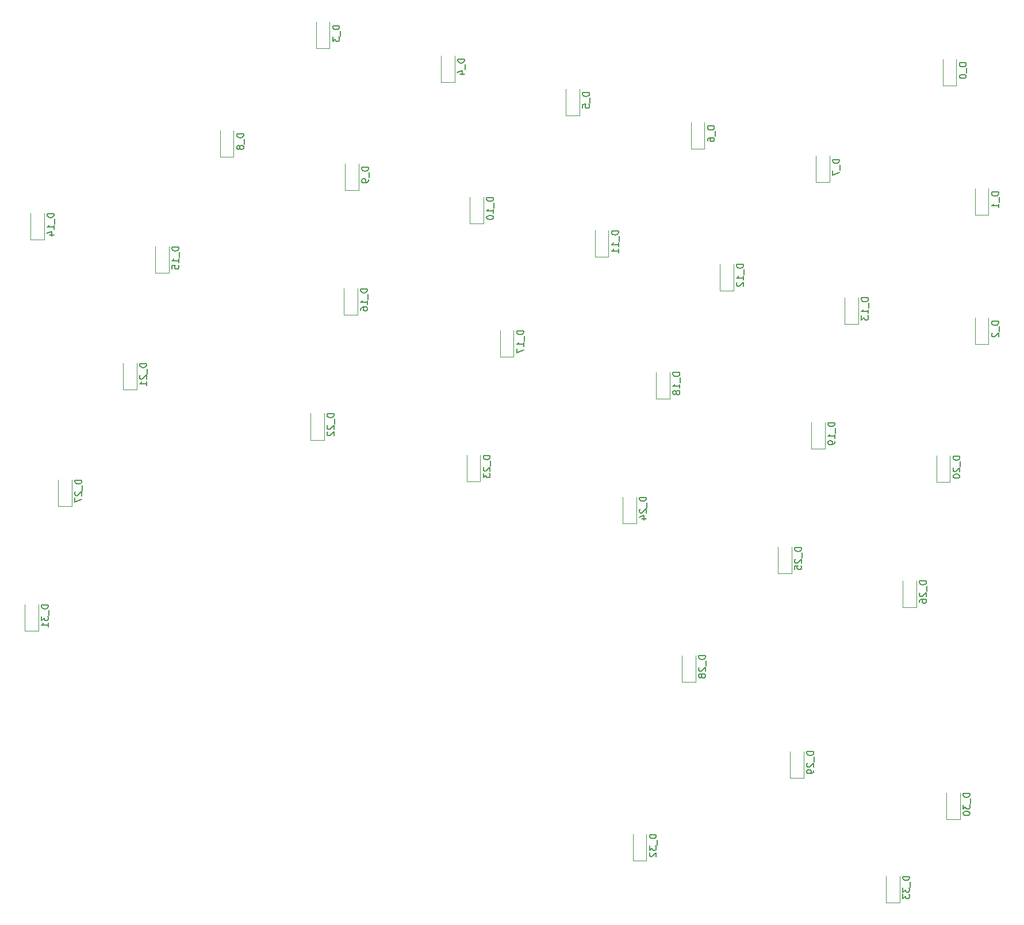
<source format=gbo>
G04 #@! TF.GenerationSoftware,KiCad,Pcbnew,(5.1.6)-1*
G04 #@! TF.CreationDate,2020-08-31T15:39:06-04:00*
G04 #@! TF.ProjectId,keyboard,6b657962-6f61-4726-942e-6b696361645f,rev?*
G04 #@! TF.SameCoordinates,Original*
G04 #@! TF.FileFunction,Legend,Bot*
G04 #@! TF.FilePolarity,Positive*
%FSLAX46Y46*%
G04 Gerber Fmt 4.6, Leading zero omitted, Abs format (unit mm)*
G04 Created by KiCad (PCBNEW (5.1.6)-1) date 2020-08-31 15:39:06*
%MOMM*%
%LPD*%
G01*
G04 APERTURE LIST*
%ADD10C,0.120000*%
%ADD11C,0.150000*%
G04 APERTURE END LIST*
D10*
X284994126Y-148165000D02*
X282994126Y-148165000D01*
X282994126Y-148165000D02*
X282994126Y-144265000D01*
X284994126Y-148165000D02*
X284994126Y-144265000D01*
X303395013Y-153095503D02*
X301395013Y-153095503D01*
X301395013Y-153095503D02*
X301395013Y-149195503D01*
X303395013Y-153095503D02*
X303395013Y-149195503D01*
X377266686Y-153656117D02*
X375266686Y-153656117D01*
X375266686Y-153656117D02*
X375266686Y-149756117D01*
X377266686Y-153656117D02*
X377266686Y-149756117D01*
X270863179Y-164100636D02*
X268863179Y-164100636D01*
X268863179Y-164100636D02*
X268863179Y-160200636D01*
X270863179Y-164100636D02*
X270863179Y-160200636D01*
X289264066Y-169031138D02*
X287264066Y-169031138D01*
X287264066Y-169031138D02*
X287264066Y-165131138D01*
X289264066Y-169031138D02*
X289264066Y-165131138D01*
X307664953Y-173961641D02*
X305664953Y-173961641D01*
X305664953Y-173961641D02*
X305664953Y-170061641D01*
X307664953Y-173961641D02*
X307664953Y-170061641D01*
X321795900Y-158026006D02*
X319795900Y-158026006D01*
X319795900Y-158026006D02*
X319795900Y-154126006D01*
X321795900Y-158026006D02*
X321795900Y-154126006D01*
X340196787Y-162956508D02*
X338196787Y-162956508D01*
X338196787Y-162956508D02*
X338196787Y-159056508D01*
X340196787Y-162956508D02*
X340196787Y-159056508D01*
X358597674Y-167887011D02*
X356597674Y-167887011D01*
X356597674Y-167887011D02*
X356597674Y-163987011D01*
X358597674Y-167887011D02*
X358597674Y-163987011D01*
X382029186Y-172706117D02*
X380029186Y-172706117D01*
X380029186Y-172706117D02*
X380029186Y-168806117D01*
X382029186Y-172706117D02*
X382029186Y-168806117D01*
X242931568Y-176338394D02*
X240931568Y-176338394D01*
X240931568Y-176338394D02*
X240931568Y-172438394D01*
X242931568Y-176338394D02*
X242931568Y-172438394D01*
X261332455Y-181268897D02*
X259332455Y-181268897D01*
X259332455Y-181268897D02*
X259332455Y-177368897D01*
X261332455Y-181268897D02*
X261332455Y-177368897D01*
X289096063Y-187432025D02*
X287096063Y-187432025D01*
X287096063Y-187432025D02*
X287096063Y-183532025D01*
X289096063Y-187432025D02*
X289096063Y-183532025D01*
X326065840Y-178892144D02*
X324065840Y-178892144D01*
X324065840Y-178892144D02*
X324065840Y-174992144D01*
X326065840Y-178892144D02*
X326065840Y-174992144D01*
X344466727Y-183822647D02*
X342466727Y-183822647D01*
X342466727Y-183822647D02*
X342466727Y-179922647D01*
X344466727Y-183822647D02*
X344466727Y-179922647D01*
X362867614Y-188753150D02*
X360867614Y-188753150D01*
X360867614Y-188753150D02*
X360867614Y-184853150D01*
X362867614Y-188753150D02*
X362867614Y-184853150D01*
X382029186Y-191756117D02*
X380029186Y-191756117D01*
X380029186Y-191756117D02*
X380029186Y-187856117D01*
X382029186Y-191756117D02*
X382029186Y-187856117D01*
X256564230Y-198437158D02*
X254564230Y-198437158D01*
X254564230Y-198437158D02*
X254564230Y-194537158D01*
X256564230Y-198437158D02*
X256564230Y-194537158D01*
X284165561Y-205832912D02*
X282165561Y-205832912D01*
X282165561Y-205832912D02*
X282165561Y-201932912D01*
X284165561Y-205832912D02*
X284165561Y-201932912D01*
X312097172Y-193595154D02*
X310097172Y-193595154D01*
X310097172Y-193595154D02*
X310097172Y-189695154D01*
X312097172Y-193595154D02*
X312097172Y-189695154D01*
X307166669Y-211996041D02*
X305166669Y-211996041D01*
X305166669Y-211996041D02*
X305166669Y-208096041D01*
X307166669Y-211996041D02*
X307166669Y-208096041D01*
X335098281Y-199758282D02*
X333098281Y-199758282D01*
X333098281Y-199758282D02*
X333098281Y-195858282D01*
X335098281Y-199758282D02*
X335098281Y-195858282D01*
X357937111Y-207154037D02*
X355937111Y-207154037D01*
X355937111Y-207154037D02*
X355937111Y-203254037D01*
X357937111Y-207154037D02*
X357937111Y-203254037D01*
X376337998Y-212084539D02*
X374337998Y-212084539D01*
X374337998Y-212084539D02*
X374337998Y-208184539D01*
X376337998Y-212084539D02*
X376337998Y-208184539D01*
X247033506Y-215605419D02*
X245033506Y-215605419D01*
X245033506Y-215605419D02*
X245033506Y-211705419D01*
X247033506Y-215605419D02*
X247033506Y-211705419D01*
X330167778Y-218159169D02*
X328167778Y-218159169D01*
X328167778Y-218159169D02*
X328167778Y-214259169D01*
X330167778Y-218159169D02*
X330167778Y-214259169D01*
X353006609Y-225554924D02*
X351006609Y-225554924D01*
X351006609Y-225554924D02*
X351006609Y-221654924D01*
X353006609Y-225554924D02*
X353006609Y-221654924D01*
X371407496Y-230485426D02*
X369407496Y-230485426D01*
X369407496Y-230485426D02*
X369407496Y-226585426D01*
X371407496Y-230485426D02*
X371407496Y-226585426D01*
X242103003Y-234006306D02*
X240103003Y-234006306D01*
X240103003Y-234006306D02*
X240103003Y-230106306D01*
X242103003Y-234006306D02*
X242103003Y-230106306D01*
X338875662Y-241490559D02*
X336875662Y-241490559D01*
X336875662Y-241490559D02*
X336875662Y-237590559D01*
X338875662Y-241490559D02*
X338875662Y-237590559D01*
X331642186Y-267859264D02*
X329642186Y-267859264D01*
X329642186Y-267859264D02*
X329642186Y-263959264D01*
X331642186Y-267859264D02*
X331642186Y-263959264D01*
X354811298Y-255621506D02*
X352811298Y-255621506D01*
X352811298Y-255621506D02*
X352811298Y-251721506D01*
X354811298Y-255621506D02*
X354811298Y-251721506D01*
X377812407Y-261784634D02*
X375812407Y-261784634D01*
X375812407Y-261784634D02*
X375812407Y-257884634D01*
X377812407Y-261784634D02*
X377812407Y-257884634D01*
X368930795Y-274022392D02*
X366930795Y-274022392D01*
X366930795Y-274022392D02*
X366930795Y-270122392D01*
X368930795Y-274022392D02*
X368930795Y-270122392D01*
D11*
X286446506Y-144795952D02*
X285446506Y-144795952D01*
X285446506Y-145034047D01*
X285494126Y-145176904D01*
X285589364Y-145272142D01*
X285684602Y-145319761D01*
X285875078Y-145367380D01*
X286017935Y-145367380D01*
X286208411Y-145319761D01*
X286303649Y-145272142D01*
X286398887Y-145176904D01*
X286446506Y-145034047D01*
X286446506Y-144795952D01*
X286541745Y-145557857D02*
X286541745Y-146319761D01*
X285446506Y-146462619D02*
X285446506Y-147081666D01*
X285827459Y-146748333D01*
X285827459Y-146891190D01*
X285875078Y-146986428D01*
X285922697Y-147034047D01*
X286017935Y-147081666D01*
X286256030Y-147081666D01*
X286351268Y-147034047D01*
X286398887Y-146986428D01*
X286446506Y-146891190D01*
X286446506Y-146605476D01*
X286398887Y-146510238D01*
X286351268Y-146462619D01*
X304847393Y-149726455D02*
X303847393Y-149726455D01*
X303847393Y-149964550D01*
X303895013Y-150107407D01*
X303990251Y-150202645D01*
X304085489Y-150250264D01*
X304275965Y-150297883D01*
X304418822Y-150297883D01*
X304609298Y-150250264D01*
X304704536Y-150202645D01*
X304799774Y-150107407D01*
X304847393Y-149964550D01*
X304847393Y-149726455D01*
X304942632Y-150488360D02*
X304942632Y-151250264D01*
X304180727Y-151916931D02*
X304847393Y-151916931D01*
X303799774Y-151678836D02*
X304514060Y-151440741D01*
X304514060Y-152059788D01*
X378719066Y-150287069D02*
X377719066Y-150287069D01*
X377719066Y-150525164D01*
X377766686Y-150668021D01*
X377861924Y-150763259D01*
X377957162Y-150810878D01*
X378147638Y-150858497D01*
X378290495Y-150858497D01*
X378480971Y-150810878D01*
X378576209Y-150763259D01*
X378671447Y-150668021D01*
X378719066Y-150525164D01*
X378719066Y-150287069D01*
X378814305Y-151048974D02*
X378814305Y-151810878D01*
X377719066Y-152239450D02*
X377719066Y-152334688D01*
X377766686Y-152429926D01*
X377814305Y-152477545D01*
X377909543Y-152525164D01*
X378100019Y-152572783D01*
X378338114Y-152572783D01*
X378528590Y-152525164D01*
X378623828Y-152477545D01*
X378671447Y-152429926D01*
X378719066Y-152334688D01*
X378719066Y-152239450D01*
X378671447Y-152144212D01*
X378623828Y-152096593D01*
X378528590Y-152048974D01*
X378338114Y-152001355D01*
X378100019Y-152001355D01*
X377909543Y-152048974D01*
X377814305Y-152096593D01*
X377766686Y-152144212D01*
X377719066Y-152239450D01*
X272315559Y-160731588D02*
X271315559Y-160731588D01*
X271315559Y-160969683D01*
X271363179Y-161112540D01*
X271458417Y-161207778D01*
X271553655Y-161255397D01*
X271744131Y-161303016D01*
X271886988Y-161303016D01*
X272077464Y-161255397D01*
X272172702Y-161207778D01*
X272267940Y-161112540D01*
X272315559Y-160969683D01*
X272315559Y-160731588D01*
X272410798Y-161493493D02*
X272410798Y-162255397D01*
X271744131Y-162636350D02*
X271696512Y-162541112D01*
X271648893Y-162493493D01*
X271553655Y-162445874D01*
X271506036Y-162445874D01*
X271410798Y-162493493D01*
X271363179Y-162541112D01*
X271315559Y-162636350D01*
X271315559Y-162826826D01*
X271363179Y-162922064D01*
X271410798Y-162969683D01*
X271506036Y-163017302D01*
X271553655Y-163017302D01*
X271648893Y-162969683D01*
X271696512Y-162922064D01*
X271744131Y-162826826D01*
X271744131Y-162636350D01*
X271791750Y-162541112D01*
X271839369Y-162493493D01*
X271934607Y-162445874D01*
X272125083Y-162445874D01*
X272220321Y-162493493D01*
X272267940Y-162541112D01*
X272315559Y-162636350D01*
X272315559Y-162826826D01*
X272267940Y-162922064D01*
X272220321Y-162969683D01*
X272125083Y-163017302D01*
X271934607Y-163017302D01*
X271839369Y-162969683D01*
X271791750Y-162922064D01*
X271744131Y-162826826D01*
X290716446Y-165662090D02*
X289716446Y-165662090D01*
X289716446Y-165900185D01*
X289764066Y-166043042D01*
X289859304Y-166138280D01*
X289954542Y-166185899D01*
X290145018Y-166233518D01*
X290287875Y-166233518D01*
X290478351Y-166185899D01*
X290573589Y-166138280D01*
X290668827Y-166043042D01*
X290716446Y-165900185D01*
X290716446Y-165662090D01*
X290811685Y-166423995D02*
X290811685Y-167185899D01*
X290716446Y-167471614D02*
X290716446Y-167662090D01*
X290668827Y-167757328D01*
X290621208Y-167804947D01*
X290478351Y-167900185D01*
X290287875Y-167947804D01*
X289906923Y-167947804D01*
X289811685Y-167900185D01*
X289764066Y-167852566D01*
X289716446Y-167757328D01*
X289716446Y-167566852D01*
X289764066Y-167471614D01*
X289811685Y-167423995D01*
X289906923Y-167376376D01*
X290145018Y-167376376D01*
X290240256Y-167423995D01*
X290287875Y-167471614D01*
X290335494Y-167566852D01*
X290335494Y-167757328D01*
X290287875Y-167852566D01*
X290240256Y-167900185D01*
X290145018Y-167947804D01*
X309117333Y-170116402D02*
X308117333Y-170116402D01*
X308117333Y-170354498D01*
X308164953Y-170497355D01*
X308260191Y-170592593D01*
X308355429Y-170640212D01*
X308545905Y-170687831D01*
X308688762Y-170687831D01*
X308879238Y-170640212D01*
X308974476Y-170592593D01*
X309069714Y-170497355D01*
X309117333Y-170354498D01*
X309117333Y-170116402D01*
X309212572Y-170878307D02*
X309212572Y-171640212D01*
X309117333Y-172402117D02*
X309117333Y-171830688D01*
X309117333Y-172116402D02*
X308117333Y-172116402D01*
X308260191Y-172021164D01*
X308355429Y-171925926D01*
X308403048Y-171830688D01*
X308117333Y-173021164D02*
X308117333Y-173116402D01*
X308164953Y-173211641D01*
X308212572Y-173259260D01*
X308307810Y-173306879D01*
X308498286Y-173354498D01*
X308736381Y-173354498D01*
X308926857Y-173306879D01*
X309022095Y-173259260D01*
X309069714Y-173211641D01*
X309117333Y-173116402D01*
X309117333Y-173021164D01*
X309069714Y-172925926D01*
X309022095Y-172878307D01*
X308926857Y-172830688D01*
X308736381Y-172783069D01*
X308498286Y-172783069D01*
X308307810Y-172830688D01*
X308212572Y-172878307D01*
X308164953Y-172925926D01*
X308117333Y-173021164D01*
X323248280Y-154656958D02*
X322248280Y-154656958D01*
X322248280Y-154895053D01*
X322295900Y-155037910D01*
X322391138Y-155133148D01*
X322486376Y-155180767D01*
X322676852Y-155228386D01*
X322819709Y-155228386D01*
X323010185Y-155180767D01*
X323105423Y-155133148D01*
X323200661Y-155037910D01*
X323248280Y-154895053D01*
X323248280Y-154656958D01*
X323343519Y-155418863D02*
X323343519Y-156180767D01*
X322248280Y-156895053D02*
X322248280Y-156418863D01*
X322724471Y-156371244D01*
X322676852Y-156418863D01*
X322629233Y-156514101D01*
X322629233Y-156752196D01*
X322676852Y-156847434D01*
X322724471Y-156895053D01*
X322819709Y-156942672D01*
X323057804Y-156942672D01*
X323153042Y-156895053D01*
X323200661Y-156847434D01*
X323248280Y-156752196D01*
X323248280Y-156514101D01*
X323200661Y-156418863D01*
X323153042Y-156371244D01*
X341649167Y-159587460D02*
X340649167Y-159587460D01*
X340649167Y-159825555D01*
X340696787Y-159968412D01*
X340792025Y-160063650D01*
X340887263Y-160111269D01*
X341077739Y-160158888D01*
X341220596Y-160158888D01*
X341411072Y-160111269D01*
X341506310Y-160063650D01*
X341601548Y-159968412D01*
X341649167Y-159825555D01*
X341649167Y-159587460D01*
X341744406Y-160349365D02*
X341744406Y-161111269D01*
X340649167Y-161777936D02*
X340649167Y-161587460D01*
X340696787Y-161492222D01*
X340744406Y-161444603D01*
X340887263Y-161349365D01*
X341077739Y-161301746D01*
X341458691Y-161301746D01*
X341553929Y-161349365D01*
X341601548Y-161396984D01*
X341649167Y-161492222D01*
X341649167Y-161682698D01*
X341601548Y-161777936D01*
X341553929Y-161825555D01*
X341458691Y-161873174D01*
X341220596Y-161873174D01*
X341125358Y-161825555D01*
X341077739Y-161777936D01*
X341030120Y-161682698D01*
X341030120Y-161492222D01*
X341077739Y-161396984D01*
X341125358Y-161349365D01*
X341220596Y-161301746D01*
X360050054Y-164517963D02*
X359050054Y-164517963D01*
X359050054Y-164756058D01*
X359097674Y-164898915D01*
X359192912Y-164994153D01*
X359288150Y-165041772D01*
X359478626Y-165089391D01*
X359621483Y-165089391D01*
X359811959Y-165041772D01*
X359907197Y-164994153D01*
X360002435Y-164898915D01*
X360050054Y-164756058D01*
X360050054Y-164517963D01*
X360145293Y-165279868D02*
X360145293Y-166041772D01*
X359050054Y-166184630D02*
X359050054Y-166851296D01*
X360050054Y-166422725D01*
X383481566Y-169337069D02*
X382481566Y-169337069D01*
X382481566Y-169575164D01*
X382529186Y-169718021D01*
X382624424Y-169813259D01*
X382719662Y-169860878D01*
X382910138Y-169908497D01*
X383052995Y-169908497D01*
X383243471Y-169860878D01*
X383338709Y-169813259D01*
X383433947Y-169718021D01*
X383481566Y-169575164D01*
X383481566Y-169337069D01*
X383576805Y-170098974D02*
X383576805Y-170860878D01*
X383481566Y-171622783D02*
X383481566Y-171051355D01*
X383481566Y-171337069D02*
X382481566Y-171337069D01*
X382624424Y-171241831D01*
X382719662Y-171146593D01*
X382767281Y-171051355D01*
X244383948Y-172493155D02*
X243383948Y-172493155D01*
X243383948Y-172731251D01*
X243431568Y-172874108D01*
X243526806Y-172969346D01*
X243622044Y-173016965D01*
X243812520Y-173064584D01*
X243955377Y-173064584D01*
X244145853Y-173016965D01*
X244241091Y-172969346D01*
X244336329Y-172874108D01*
X244383948Y-172731251D01*
X244383948Y-172493155D01*
X244479187Y-173255060D02*
X244479187Y-174016965D01*
X244383948Y-174778870D02*
X244383948Y-174207441D01*
X244383948Y-174493155D02*
X243383948Y-174493155D01*
X243526806Y-174397917D01*
X243622044Y-174302679D01*
X243669663Y-174207441D01*
X243717282Y-175636013D02*
X244383948Y-175636013D01*
X243336329Y-175397917D02*
X244050615Y-175159822D01*
X244050615Y-175778870D01*
X262784835Y-177423658D02*
X261784835Y-177423658D01*
X261784835Y-177661754D01*
X261832455Y-177804611D01*
X261927693Y-177899849D01*
X262022931Y-177947468D01*
X262213407Y-177995087D01*
X262356264Y-177995087D01*
X262546740Y-177947468D01*
X262641978Y-177899849D01*
X262737216Y-177804611D01*
X262784835Y-177661754D01*
X262784835Y-177423658D01*
X262880074Y-178185563D02*
X262880074Y-178947468D01*
X262784835Y-179709373D02*
X262784835Y-179137944D01*
X262784835Y-179423658D02*
X261784835Y-179423658D01*
X261927693Y-179328420D01*
X262022931Y-179233182D01*
X262070550Y-179137944D01*
X261784835Y-180614135D02*
X261784835Y-180137944D01*
X262261026Y-180090325D01*
X262213407Y-180137944D01*
X262165788Y-180233182D01*
X262165788Y-180471277D01*
X262213407Y-180566516D01*
X262261026Y-180614135D01*
X262356264Y-180661754D01*
X262594359Y-180661754D01*
X262689597Y-180614135D01*
X262737216Y-180566516D01*
X262784835Y-180471277D01*
X262784835Y-180233182D01*
X262737216Y-180137944D01*
X262689597Y-180090325D01*
X290548443Y-183586786D02*
X289548443Y-183586786D01*
X289548443Y-183824882D01*
X289596063Y-183967739D01*
X289691301Y-184062977D01*
X289786539Y-184110596D01*
X289977015Y-184158215D01*
X290119872Y-184158215D01*
X290310348Y-184110596D01*
X290405586Y-184062977D01*
X290500824Y-183967739D01*
X290548443Y-183824882D01*
X290548443Y-183586786D01*
X290643682Y-184348691D02*
X290643682Y-185110596D01*
X290548443Y-185872501D02*
X290548443Y-185301072D01*
X290548443Y-185586786D02*
X289548443Y-185586786D01*
X289691301Y-185491548D01*
X289786539Y-185396310D01*
X289834158Y-185301072D01*
X289548443Y-186729644D02*
X289548443Y-186539167D01*
X289596063Y-186443929D01*
X289643682Y-186396310D01*
X289786539Y-186301072D01*
X289977015Y-186253453D01*
X290357967Y-186253453D01*
X290453205Y-186301072D01*
X290500824Y-186348691D01*
X290548443Y-186443929D01*
X290548443Y-186634405D01*
X290500824Y-186729644D01*
X290453205Y-186777263D01*
X290357967Y-186824882D01*
X290119872Y-186824882D01*
X290024634Y-186777263D01*
X289977015Y-186729644D01*
X289929396Y-186634405D01*
X289929396Y-186443929D01*
X289977015Y-186348691D01*
X290024634Y-186301072D01*
X290119872Y-186253453D01*
X327518220Y-175046905D02*
X326518220Y-175046905D01*
X326518220Y-175285001D01*
X326565840Y-175427858D01*
X326661078Y-175523096D01*
X326756316Y-175570715D01*
X326946792Y-175618334D01*
X327089649Y-175618334D01*
X327280125Y-175570715D01*
X327375363Y-175523096D01*
X327470601Y-175427858D01*
X327518220Y-175285001D01*
X327518220Y-175046905D01*
X327613459Y-175808810D02*
X327613459Y-176570715D01*
X327518220Y-177332620D02*
X327518220Y-176761191D01*
X327518220Y-177046905D02*
X326518220Y-177046905D01*
X326661078Y-176951667D01*
X326756316Y-176856429D01*
X326803935Y-176761191D01*
X327518220Y-178285001D02*
X327518220Y-177713572D01*
X327518220Y-177999286D02*
X326518220Y-177999286D01*
X326661078Y-177904048D01*
X326756316Y-177808810D01*
X326803935Y-177713572D01*
X345919107Y-179977408D02*
X344919107Y-179977408D01*
X344919107Y-180215504D01*
X344966727Y-180358361D01*
X345061965Y-180453599D01*
X345157203Y-180501218D01*
X345347679Y-180548837D01*
X345490536Y-180548837D01*
X345681012Y-180501218D01*
X345776250Y-180453599D01*
X345871488Y-180358361D01*
X345919107Y-180215504D01*
X345919107Y-179977408D01*
X346014346Y-180739313D02*
X346014346Y-181501218D01*
X345919107Y-182263123D02*
X345919107Y-181691694D01*
X345919107Y-181977408D02*
X344919107Y-181977408D01*
X345061965Y-181882170D01*
X345157203Y-181786932D01*
X345204822Y-181691694D01*
X345014346Y-182644075D02*
X344966727Y-182691694D01*
X344919107Y-182786932D01*
X344919107Y-183025027D01*
X344966727Y-183120266D01*
X345014346Y-183167885D01*
X345109584Y-183215504D01*
X345204822Y-183215504D01*
X345347679Y-183167885D01*
X345919107Y-182596456D01*
X345919107Y-183215504D01*
X364319994Y-184907911D02*
X363319994Y-184907911D01*
X363319994Y-185146007D01*
X363367614Y-185288864D01*
X363462852Y-185384102D01*
X363558090Y-185431721D01*
X363748566Y-185479340D01*
X363891423Y-185479340D01*
X364081899Y-185431721D01*
X364177137Y-185384102D01*
X364272375Y-185288864D01*
X364319994Y-185146007D01*
X364319994Y-184907911D01*
X364415233Y-185669816D02*
X364415233Y-186431721D01*
X364319994Y-187193626D02*
X364319994Y-186622197D01*
X364319994Y-186907911D02*
X363319994Y-186907911D01*
X363462852Y-186812673D01*
X363558090Y-186717435D01*
X363605709Y-186622197D01*
X363319994Y-187526959D02*
X363319994Y-188146007D01*
X363700947Y-187812673D01*
X363700947Y-187955530D01*
X363748566Y-188050769D01*
X363796185Y-188098388D01*
X363891423Y-188146007D01*
X364129518Y-188146007D01*
X364224756Y-188098388D01*
X364272375Y-188050769D01*
X364319994Y-187955530D01*
X364319994Y-187669816D01*
X364272375Y-187574578D01*
X364224756Y-187526959D01*
X383481566Y-188387069D02*
X382481566Y-188387069D01*
X382481566Y-188625164D01*
X382529186Y-188768021D01*
X382624424Y-188863259D01*
X382719662Y-188910878D01*
X382910138Y-188958497D01*
X383052995Y-188958497D01*
X383243471Y-188910878D01*
X383338709Y-188863259D01*
X383433947Y-188768021D01*
X383481566Y-188625164D01*
X383481566Y-188387069D01*
X383576805Y-189148974D02*
X383576805Y-189910878D01*
X382576805Y-190101355D02*
X382529186Y-190148974D01*
X382481566Y-190244212D01*
X382481566Y-190482307D01*
X382529186Y-190577545D01*
X382576805Y-190625164D01*
X382672043Y-190672783D01*
X382767281Y-190672783D01*
X382910138Y-190625164D01*
X383481566Y-190053736D01*
X383481566Y-190672783D01*
X258016610Y-194591919D02*
X257016610Y-194591919D01*
X257016610Y-194830015D01*
X257064230Y-194972872D01*
X257159468Y-195068110D01*
X257254706Y-195115729D01*
X257445182Y-195163348D01*
X257588039Y-195163348D01*
X257778515Y-195115729D01*
X257873753Y-195068110D01*
X257968991Y-194972872D01*
X258016610Y-194830015D01*
X258016610Y-194591919D01*
X258111849Y-195353824D02*
X258111849Y-196115729D01*
X257111849Y-196306205D02*
X257064230Y-196353824D01*
X257016610Y-196449062D01*
X257016610Y-196687158D01*
X257064230Y-196782396D01*
X257111849Y-196830015D01*
X257207087Y-196877634D01*
X257302325Y-196877634D01*
X257445182Y-196830015D01*
X258016610Y-196258586D01*
X258016610Y-196877634D01*
X258016610Y-197830015D02*
X258016610Y-197258586D01*
X258016610Y-197544300D02*
X257016610Y-197544300D01*
X257159468Y-197449062D01*
X257254706Y-197353824D01*
X257302325Y-197258586D01*
X285617941Y-201987673D02*
X284617941Y-201987673D01*
X284617941Y-202225769D01*
X284665561Y-202368626D01*
X284760799Y-202463864D01*
X284856037Y-202511483D01*
X285046513Y-202559102D01*
X285189370Y-202559102D01*
X285379846Y-202511483D01*
X285475084Y-202463864D01*
X285570322Y-202368626D01*
X285617941Y-202225769D01*
X285617941Y-201987673D01*
X285713180Y-202749578D02*
X285713180Y-203511483D01*
X284713180Y-203701959D02*
X284665561Y-203749578D01*
X284617941Y-203844816D01*
X284617941Y-204082912D01*
X284665561Y-204178150D01*
X284713180Y-204225769D01*
X284808418Y-204273388D01*
X284903656Y-204273388D01*
X285046513Y-204225769D01*
X285617941Y-203654340D01*
X285617941Y-204273388D01*
X284713180Y-204654340D02*
X284665561Y-204701959D01*
X284617941Y-204797197D01*
X284617941Y-205035292D01*
X284665561Y-205130531D01*
X284713180Y-205178150D01*
X284808418Y-205225769D01*
X284903656Y-205225769D01*
X285046513Y-205178150D01*
X285617941Y-204606721D01*
X285617941Y-205225769D01*
X313549552Y-189749915D02*
X312549552Y-189749915D01*
X312549552Y-189988011D01*
X312597172Y-190130868D01*
X312692410Y-190226106D01*
X312787648Y-190273725D01*
X312978124Y-190321344D01*
X313120981Y-190321344D01*
X313311457Y-190273725D01*
X313406695Y-190226106D01*
X313501933Y-190130868D01*
X313549552Y-189988011D01*
X313549552Y-189749915D01*
X313644791Y-190511820D02*
X313644791Y-191273725D01*
X313549552Y-192035630D02*
X313549552Y-191464201D01*
X313549552Y-191749915D02*
X312549552Y-191749915D01*
X312692410Y-191654677D01*
X312787648Y-191559439D01*
X312835267Y-191464201D01*
X312549552Y-192368963D02*
X312549552Y-193035630D01*
X313549552Y-192607058D01*
X308619049Y-208150802D02*
X307619049Y-208150802D01*
X307619049Y-208388898D01*
X307666669Y-208531755D01*
X307761907Y-208626993D01*
X307857145Y-208674612D01*
X308047621Y-208722231D01*
X308190478Y-208722231D01*
X308380954Y-208674612D01*
X308476192Y-208626993D01*
X308571430Y-208531755D01*
X308619049Y-208388898D01*
X308619049Y-208150802D01*
X308714288Y-208912707D02*
X308714288Y-209674612D01*
X307714288Y-209865088D02*
X307666669Y-209912707D01*
X307619049Y-210007945D01*
X307619049Y-210246041D01*
X307666669Y-210341279D01*
X307714288Y-210388898D01*
X307809526Y-210436517D01*
X307904764Y-210436517D01*
X308047621Y-210388898D01*
X308619049Y-209817469D01*
X308619049Y-210436517D01*
X307619049Y-210769850D02*
X307619049Y-211388898D01*
X308000002Y-211055564D01*
X308000002Y-211198421D01*
X308047621Y-211293660D01*
X308095240Y-211341279D01*
X308190478Y-211388898D01*
X308428573Y-211388898D01*
X308523811Y-211341279D01*
X308571430Y-211293660D01*
X308619049Y-211198421D01*
X308619049Y-210912707D01*
X308571430Y-210817469D01*
X308523811Y-210769850D01*
X336550661Y-195913043D02*
X335550661Y-195913043D01*
X335550661Y-196151139D01*
X335598281Y-196293996D01*
X335693519Y-196389234D01*
X335788757Y-196436853D01*
X335979233Y-196484472D01*
X336122090Y-196484472D01*
X336312566Y-196436853D01*
X336407804Y-196389234D01*
X336503042Y-196293996D01*
X336550661Y-196151139D01*
X336550661Y-195913043D01*
X336645900Y-196674948D02*
X336645900Y-197436853D01*
X336550661Y-198198758D02*
X336550661Y-197627329D01*
X336550661Y-197913043D02*
X335550661Y-197913043D01*
X335693519Y-197817805D01*
X335788757Y-197722567D01*
X335836376Y-197627329D01*
X335979233Y-198770186D02*
X335931614Y-198674948D01*
X335883995Y-198627329D01*
X335788757Y-198579710D01*
X335741138Y-198579710D01*
X335645900Y-198627329D01*
X335598281Y-198674948D01*
X335550661Y-198770186D01*
X335550661Y-198960662D01*
X335598281Y-199055901D01*
X335645900Y-199103520D01*
X335741138Y-199151139D01*
X335788757Y-199151139D01*
X335883995Y-199103520D01*
X335931614Y-199055901D01*
X335979233Y-198960662D01*
X335979233Y-198770186D01*
X336026852Y-198674948D01*
X336074471Y-198627329D01*
X336169709Y-198579710D01*
X336360185Y-198579710D01*
X336455423Y-198627329D01*
X336503042Y-198674948D01*
X336550661Y-198770186D01*
X336550661Y-198960662D01*
X336503042Y-199055901D01*
X336455423Y-199103520D01*
X336360185Y-199151139D01*
X336169709Y-199151139D01*
X336074471Y-199103520D01*
X336026852Y-199055901D01*
X335979233Y-198960662D01*
X359389491Y-203308798D02*
X358389491Y-203308798D01*
X358389491Y-203546894D01*
X358437111Y-203689751D01*
X358532349Y-203784989D01*
X358627587Y-203832608D01*
X358818063Y-203880227D01*
X358960920Y-203880227D01*
X359151396Y-203832608D01*
X359246634Y-203784989D01*
X359341872Y-203689751D01*
X359389491Y-203546894D01*
X359389491Y-203308798D01*
X359484730Y-204070703D02*
X359484730Y-204832608D01*
X359389491Y-205594513D02*
X359389491Y-205023084D01*
X359389491Y-205308798D02*
X358389491Y-205308798D01*
X358532349Y-205213560D01*
X358627587Y-205118322D01*
X358675206Y-205023084D01*
X359389491Y-206070703D02*
X359389491Y-206261179D01*
X359341872Y-206356417D01*
X359294253Y-206404037D01*
X359151396Y-206499275D01*
X358960920Y-206546894D01*
X358579968Y-206546894D01*
X358484730Y-206499275D01*
X358437111Y-206451656D01*
X358389491Y-206356417D01*
X358389491Y-206165941D01*
X358437111Y-206070703D01*
X358484730Y-206023084D01*
X358579968Y-205975465D01*
X358818063Y-205975465D01*
X358913301Y-206023084D01*
X358960920Y-206070703D01*
X359008539Y-206165941D01*
X359008539Y-206356417D01*
X358960920Y-206451656D01*
X358913301Y-206499275D01*
X358818063Y-206546894D01*
X377790378Y-208239300D02*
X376790378Y-208239300D01*
X376790378Y-208477396D01*
X376837998Y-208620253D01*
X376933236Y-208715491D01*
X377028474Y-208763110D01*
X377218950Y-208810729D01*
X377361807Y-208810729D01*
X377552283Y-208763110D01*
X377647521Y-208715491D01*
X377742759Y-208620253D01*
X377790378Y-208477396D01*
X377790378Y-208239300D01*
X377885617Y-209001205D02*
X377885617Y-209763110D01*
X376885617Y-209953586D02*
X376837998Y-210001205D01*
X376790378Y-210096443D01*
X376790378Y-210334539D01*
X376837998Y-210429777D01*
X376885617Y-210477396D01*
X376980855Y-210525015D01*
X377076093Y-210525015D01*
X377218950Y-210477396D01*
X377790378Y-209905967D01*
X377790378Y-210525015D01*
X376790378Y-211144062D02*
X376790378Y-211239300D01*
X376837998Y-211334539D01*
X376885617Y-211382158D01*
X376980855Y-211429777D01*
X377171331Y-211477396D01*
X377409426Y-211477396D01*
X377599902Y-211429777D01*
X377695140Y-211382158D01*
X377742759Y-211334539D01*
X377790378Y-211239300D01*
X377790378Y-211144062D01*
X377742759Y-211048824D01*
X377695140Y-211001205D01*
X377599902Y-210953586D01*
X377409426Y-210905967D01*
X377171331Y-210905967D01*
X376980855Y-210953586D01*
X376885617Y-211001205D01*
X376837998Y-211048824D01*
X376790378Y-211144062D01*
X248485886Y-211760180D02*
X247485886Y-211760180D01*
X247485886Y-211998276D01*
X247533506Y-212141133D01*
X247628744Y-212236371D01*
X247723982Y-212283990D01*
X247914458Y-212331609D01*
X248057315Y-212331609D01*
X248247791Y-212283990D01*
X248343029Y-212236371D01*
X248438267Y-212141133D01*
X248485886Y-211998276D01*
X248485886Y-211760180D01*
X248581125Y-212522085D02*
X248581125Y-213283990D01*
X247581125Y-213474466D02*
X247533506Y-213522085D01*
X247485886Y-213617323D01*
X247485886Y-213855419D01*
X247533506Y-213950657D01*
X247581125Y-213998276D01*
X247676363Y-214045895D01*
X247771601Y-214045895D01*
X247914458Y-213998276D01*
X248485886Y-213426847D01*
X248485886Y-214045895D01*
X247485886Y-214379228D02*
X247485886Y-215045895D01*
X248485886Y-214617323D01*
X331620158Y-214313930D02*
X330620158Y-214313930D01*
X330620158Y-214552026D01*
X330667778Y-214694883D01*
X330763016Y-214790121D01*
X330858254Y-214837740D01*
X331048730Y-214885359D01*
X331191587Y-214885359D01*
X331382063Y-214837740D01*
X331477301Y-214790121D01*
X331572539Y-214694883D01*
X331620158Y-214552026D01*
X331620158Y-214313930D01*
X331715397Y-215075835D02*
X331715397Y-215837740D01*
X330715397Y-216028216D02*
X330667778Y-216075835D01*
X330620158Y-216171073D01*
X330620158Y-216409169D01*
X330667778Y-216504407D01*
X330715397Y-216552026D01*
X330810635Y-216599645D01*
X330905873Y-216599645D01*
X331048730Y-216552026D01*
X331620158Y-215980597D01*
X331620158Y-216599645D01*
X330953492Y-217456788D02*
X331620158Y-217456788D01*
X330572539Y-217218692D02*
X331286825Y-216980597D01*
X331286825Y-217599645D01*
X354458989Y-221709685D02*
X353458989Y-221709685D01*
X353458989Y-221947781D01*
X353506609Y-222090638D01*
X353601847Y-222185876D01*
X353697085Y-222233495D01*
X353887561Y-222281114D01*
X354030418Y-222281114D01*
X354220894Y-222233495D01*
X354316132Y-222185876D01*
X354411370Y-222090638D01*
X354458989Y-221947781D01*
X354458989Y-221709685D01*
X354554228Y-222471590D02*
X354554228Y-223233495D01*
X353554228Y-223423971D02*
X353506609Y-223471590D01*
X353458989Y-223566828D01*
X353458989Y-223804924D01*
X353506609Y-223900162D01*
X353554228Y-223947781D01*
X353649466Y-223995400D01*
X353744704Y-223995400D01*
X353887561Y-223947781D01*
X354458989Y-223376352D01*
X354458989Y-223995400D01*
X353458989Y-224900162D02*
X353458989Y-224423971D01*
X353935180Y-224376352D01*
X353887561Y-224423971D01*
X353839942Y-224519209D01*
X353839942Y-224757304D01*
X353887561Y-224852543D01*
X353935180Y-224900162D01*
X354030418Y-224947781D01*
X354268513Y-224947781D01*
X354363751Y-224900162D01*
X354411370Y-224852543D01*
X354458989Y-224757304D01*
X354458989Y-224519209D01*
X354411370Y-224423971D01*
X354363751Y-224376352D01*
X372859876Y-226640187D02*
X371859876Y-226640187D01*
X371859876Y-226878283D01*
X371907496Y-227021140D01*
X372002734Y-227116378D01*
X372097972Y-227163997D01*
X372288448Y-227211616D01*
X372431305Y-227211616D01*
X372621781Y-227163997D01*
X372717019Y-227116378D01*
X372812257Y-227021140D01*
X372859876Y-226878283D01*
X372859876Y-226640187D01*
X372955115Y-227402092D02*
X372955115Y-228163997D01*
X371955115Y-228354473D02*
X371907496Y-228402092D01*
X371859876Y-228497330D01*
X371859876Y-228735426D01*
X371907496Y-228830664D01*
X371955115Y-228878283D01*
X372050353Y-228925902D01*
X372145591Y-228925902D01*
X372288448Y-228878283D01*
X372859876Y-228306854D01*
X372859876Y-228925902D01*
X371859876Y-229783045D02*
X371859876Y-229592568D01*
X371907496Y-229497330D01*
X371955115Y-229449711D01*
X372097972Y-229354473D01*
X372288448Y-229306854D01*
X372669400Y-229306854D01*
X372764638Y-229354473D01*
X372812257Y-229402092D01*
X372859876Y-229497330D01*
X372859876Y-229687806D01*
X372812257Y-229783045D01*
X372764638Y-229830664D01*
X372669400Y-229878283D01*
X372431305Y-229878283D01*
X372336067Y-229830664D01*
X372288448Y-229783045D01*
X372240829Y-229687806D01*
X372240829Y-229497330D01*
X372288448Y-229402092D01*
X372336067Y-229354473D01*
X372431305Y-229306854D01*
X243555383Y-230161067D02*
X242555383Y-230161067D01*
X242555383Y-230399163D01*
X242603003Y-230542020D01*
X242698241Y-230637258D01*
X242793479Y-230684877D01*
X242983955Y-230732496D01*
X243126812Y-230732496D01*
X243317288Y-230684877D01*
X243412526Y-230637258D01*
X243507764Y-230542020D01*
X243555383Y-230399163D01*
X243555383Y-230161067D01*
X243650622Y-230922972D02*
X243650622Y-231684877D01*
X242555383Y-231827734D02*
X242555383Y-232446782D01*
X242936336Y-232113448D01*
X242936336Y-232256306D01*
X242983955Y-232351544D01*
X243031574Y-232399163D01*
X243126812Y-232446782D01*
X243364907Y-232446782D01*
X243460145Y-232399163D01*
X243507764Y-232351544D01*
X243555383Y-232256306D01*
X243555383Y-231970591D01*
X243507764Y-231875353D01*
X243460145Y-231827734D01*
X243555383Y-233399163D02*
X243555383Y-232827734D01*
X243555383Y-233113448D02*
X242555383Y-233113448D01*
X242698241Y-233018210D01*
X242793479Y-232922972D01*
X242841098Y-232827734D01*
X340328042Y-237645320D02*
X339328042Y-237645320D01*
X339328042Y-237883416D01*
X339375662Y-238026273D01*
X339470900Y-238121511D01*
X339566138Y-238169130D01*
X339756614Y-238216749D01*
X339899471Y-238216749D01*
X340089947Y-238169130D01*
X340185185Y-238121511D01*
X340280423Y-238026273D01*
X340328042Y-237883416D01*
X340328042Y-237645320D01*
X340423281Y-238407225D02*
X340423281Y-239169130D01*
X339423281Y-239359606D02*
X339375662Y-239407225D01*
X339328042Y-239502463D01*
X339328042Y-239740559D01*
X339375662Y-239835797D01*
X339423281Y-239883416D01*
X339518519Y-239931035D01*
X339613757Y-239931035D01*
X339756614Y-239883416D01*
X340328042Y-239311987D01*
X340328042Y-239931035D01*
X339756614Y-240502463D02*
X339708995Y-240407225D01*
X339661376Y-240359606D01*
X339566138Y-240311987D01*
X339518519Y-240311987D01*
X339423281Y-240359606D01*
X339375662Y-240407225D01*
X339328042Y-240502463D01*
X339328042Y-240692939D01*
X339375662Y-240788178D01*
X339423281Y-240835797D01*
X339518519Y-240883416D01*
X339566138Y-240883416D01*
X339661376Y-240835797D01*
X339708995Y-240788178D01*
X339756614Y-240692939D01*
X339756614Y-240502463D01*
X339804233Y-240407225D01*
X339851852Y-240359606D01*
X339947090Y-240311987D01*
X340137566Y-240311987D01*
X340232804Y-240359606D01*
X340280423Y-240407225D01*
X340328042Y-240502463D01*
X340328042Y-240692939D01*
X340280423Y-240788178D01*
X340232804Y-240835797D01*
X340137566Y-240883416D01*
X339947090Y-240883416D01*
X339851852Y-240835797D01*
X339804233Y-240788178D01*
X339756614Y-240692939D01*
X333094566Y-264014025D02*
X332094566Y-264014025D01*
X332094566Y-264252121D01*
X332142186Y-264394978D01*
X332237424Y-264490216D01*
X332332662Y-264537835D01*
X332523138Y-264585454D01*
X332665995Y-264585454D01*
X332856471Y-264537835D01*
X332951709Y-264490216D01*
X333046947Y-264394978D01*
X333094566Y-264252121D01*
X333094566Y-264014025D01*
X333189805Y-264775930D02*
X333189805Y-265537835D01*
X332094566Y-265680692D02*
X332094566Y-266299740D01*
X332475519Y-265966406D01*
X332475519Y-266109264D01*
X332523138Y-266204502D01*
X332570757Y-266252121D01*
X332665995Y-266299740D01*
X332904090Y-266299740D01*
X332999328Y-266252121D01*
X333046947Y-266204502D01*
X333094566Y-266109264D01*
X333094566Y-265823549D01*
X333046947Y-265728311D01*
X332999328Y-265680692D01*
X332189805Y-266680692D02*
X332142186Y-266728311D01*
X332094566Y-266823549D01*
X332094566Y-267061644D01*
X332142186Y-267156883D01*
X332189805Y-267204502D01*
X332285043Y-267252121D01*
X332380281Y-267252121D01*
X332523138Y-267204502D01*
X333094566Y-266633073D01*
X333094566Y-267252121D01*
X356263678Y-251776267D02*
X355263678Y-251776267D01*
X355263678Y-252014363D01*
X355311298Y-252157220D01*
X355406536Y-252252458D01*
X355501774Y-252300077D01*
X355692250Y-252347696D01*
X355835107Y-252347696D01*
X356025583Y-252300077D01*
X356120821Y-252252458D01*
X356216059Y-252157220D01*
X356263678Y-252014363D01*
X356263678Y-251776267D01*
X356358917Y-252538172D02*
X356358917Y-253300077D01*
X355358917Y-253490553D02*
X355311298Y-253538172D01*
X355263678Y-253633410D01*
X355263678Y-253871506D01*
X355311298Y-253966744D01*
X355358917Y-254014363D01*
X355454155Y-254061982D01*
X355549393Y-254061982D01*
X355692250Y-254014363D01*
X356263678Y-253442934D01*
X356263678Y-254061982D01*
X356263678Y-254538172D02*
X356263678Y-254728648D01*
X356216059Y-254823886D01*
X356168440Y-254871506D01*
X356025583Y-254966744D01*
X355835107Y-255014363D01*
X355454155Y-255014363D01*
X355358917Y-254966744D01*
X355311298Y-254919125D01*
X355263678Y-254823886D01*
X355263678Y-254633410D01*
X355311298Y-254538172D01*
X355358917Y-254490553D01*
X355454155Y-254442934D01*
X355692250Y-254442934D01*
X355787488Y-254490553D01*
X355835107Y-254538172D01*
X355882726Y-254633410D01*
X355882726Y-254823886D01*
X355835107Y-254919125D01*
X355787488Y-254966744D01*
X355692250Y-255014363D01*
X379264787Y-257939395D02*
X378264787Y-257939395D01*
X378264787Y-258177491D01*
X378312407Y-258320348D01*
X378407645Y-258415586D01*
X378502883Y-258463205D01*
X378693359Y-258510824D01*
X378836216Y-258510824D01*
X379026692Y-258463205D01*
X379121930Y-258415586D01*
X379217168Y-258320348D01*
X379264787Y-258177491D01*
X379264787Y-257939395D01*
X379360026Y-258701300D02*
X379360026Y-259463205D01*
X378264787Y-259606062D02*
X378264787Y-260225110D01*
X378645740Y-259891776D01*
X378645740Y-260034634D01*
X378693359Y-260129872D01*
X378740978Y-260177491D01*
X378836216Y-260225110D01*
X379074311Y-260225110D01*
X379169549Y-260177491D01*
X379217168Y-260129872D01*
X379264787Y-260034634D01*
X379264787Y-259748919D01*
X379217168Y-259653681D01*
X379169549Y-259606062D01*
X378264787Y-260844157D02*
X378264787Y-260939395D01*
X378312407Y-261034634D01*
X378360026Y-261082253D01*
X378455264Y-261129872D01*
X378645740Y-261177491D01*
X378883835Y-261177491D01*
X379074311Y-261129872D01*
X379169549Y-261082253D01*
X379217168Y-261034634D01*
X379264787Y-260939395D01*
X379264787Y-260844157D01*
X379217168Y-260748919D01*
X379169549Y-260701300D01*
X379074311Y-260653681D01*
X378883835Y-260606062D01*
X378645740Y-260606062D01*
X378455264Y-260653681D01*
X378360026Y-260701300D01*
X378312407Y-260748919D01*
X378264787Y-260844157D01*
X370383175Y-270177153D02*
X369383175Y-270177153D01*
X369383175Y-270415249D01*
X369430795Y-270558106D01*
X369526033Y-270653344D01*
X369621271Y-270700963D01*
X369811747Y-270748582D01*
X369954604Y-270748582D01*
X370145080Y-270700963D01*
X370240318Y-270653344D01*
X370335556Y-270558106D01*
X370383175Y-270415249D01*
X370383175Y-270177153D01*
X370478414Y-270939058D02*
X370478414Y-271700963D01*
X369383175Y-271843820D02*
X369383175Y-272462868D01*
X369764128Y-272129534D01*
X369764128Y-272272392D01*
X369811747Y-272367630D01*
X369859366Y-272415249D01*
X369954604Y-272462868D01*
X370192699Y-272462868D01*
X370287937Y-272415249D01*
X370335556Y-272367630D01*
X370383175Y-272272392D01*
X370383175Y-271986677D01*
X370335556Y-271891439D01*
X370287937Y-271843820D01*
X369383175Y-272796201D02*
X369383175Y-273415249D01*
X369764128Y-273081915D01*
X369764128Y-273224772D01*
X369811747Y-273320011D01*
X369859366Y-273367630D01*
X369954604Y-273415249D01*
X370192699Y-273415249D01*
X370287937Y-273367630D01*
X370335556Y-273320011D01*
X370383175Y-273224772D01*
X370383175Y-272939058D01*
X370335556Y-272843820D01*
X370287937Y-272796201D01*
M02*

</source>
